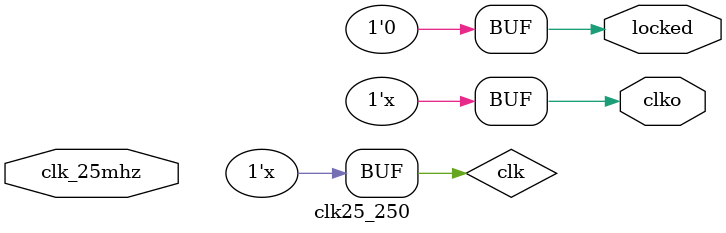
<source format=v>
module clk25_250(
    input clk_25mhz, 
    output locked,
    output clko
);
reg clk = 0;
always #1 clk = !clk;
assign locked = 0;
assign clko = clk;
endmodule

</source>
